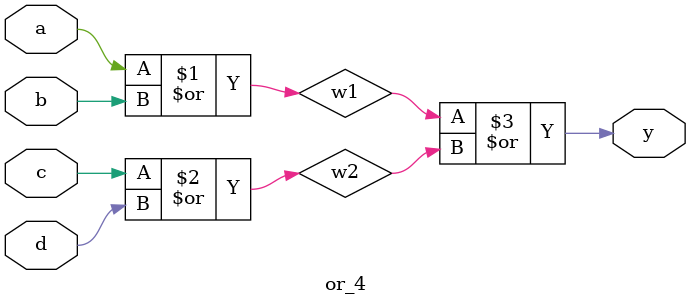
<source format=v>
module or_4(output y, input a, b, c, d);
	wire w1, w2;
	or or1(w1, a, b);
	or or2(w2, c, d);
	or or3(y, w1, w2);
endmodule

</source>
